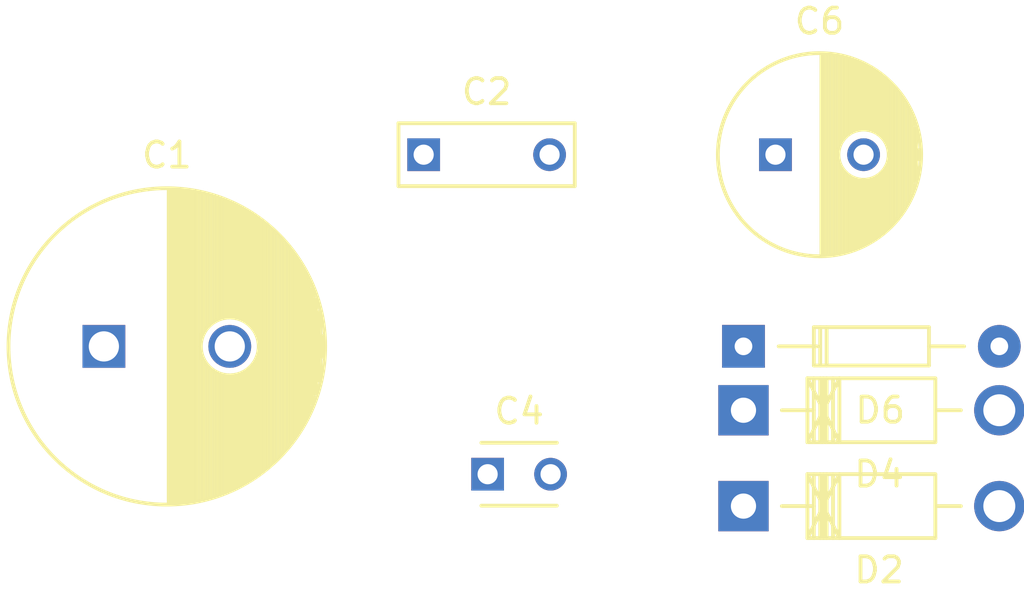
<source format=kicad_pcb>
(kicad_pcb (version 4) (host pcbnew 4.0.5+dfsg1-4~bpo8+1)

  (general
    (links 7)
    (no_connects 7)
    (area 0 0 0 0)
    (thickness 1.6)
    (drawings 0)
    (tracks 0)
    (zones 0)
    (modules 7)
    (nets 4)
  )

  (page A4)
  (layers
    (0 F.Cu signal)
    (31 B.Cu signal)
    (32 B.Adhes user)
    (33 F.Adhes user)
    (34 B.Paste user)
    (35 F.Paste user)
    (36 B.SilkS user)
    (37 F.SilkS user)
    (38 B.Mask user)
    (39 F.Mask user)
    (40 Dwgs.User user)
    (41 Cmts.User user)
    (42 Eco1.User user)
    (43 Eco2.User user)
    (44 Edge.Cuts user)
    (45 Margin user)
    (46 B.CrtYd user)
    (47 F.CrtYd user)
    (48 B.Fab user)
    (49 F.Fab user)
  )

  (setup
    (last_trace_width 0.25)
    (trace_clearance 0.2)
    (zone_clearance 0.508)
    (zone_45_only no)
    (trace_min 0.2)
    (segment_width 0.2)
    (edge_width 0.15)
    (via_size 0.6)
    (via_drill 0.4)
    (via_min_size 0.4)
    (via_min_drill 0.3)
    (uvia_size 0.3)
    (uvia_drill 0.1)
    (uvias_allowed no)
    (uvia_min_size 0.2)
    (uvia_min_drill 0.1)
    (pcb_text_width 0.3)
    (pcb_text_size 1.5 1.5)
    (mod_edge_width 0.15)
    (mod_text_size 1 1)
    (mod_text_width 0.15)
    (pad_size 1.524 1.524)
    (pad_drill 0.762)
    (pad_to_mask_clearance 0.2)
    (aux_axis_origin 0 0)
    (visible_elements FFFFFF7F)
    (pcbplotparams
      (layerselection 0x00030_80000001)
      (usegerberextensions false)
      (excludeedgelayer true)
      (linewidth 0.100000)
      (plotframeref false)
      (viasonmask false)
      (mode 1)
      (useauxorigin false)
      (hpglpennumber 1)
      (hpglpenspeed 20)
      (hpglpendiameter 15)
      (hpglpenoverlay 2)
      (psnegative false)
      (psa4output false)
      (plotreference true)
      (plotvalue true)
      (plotinvisibletext false)
      (padsonsilk false)
      (subtractmaskfromsilk false)
      (outputformat 1)
      (mirror false)
      (drillshape 1)
      (scaleselection 1)
      (outputdirectory ""))
  )

  (net 0 "")
  (net 1 GND)
  (net 2 /VDC_IN)
  (net 3 /VDC_OUT)

  (net_class Default "Esta es la clase de red por defecto."
    (clearance 0.2)
    (trace_width 0.25)
    (via_dia 0.6)
    (via_drill 0.4)
    (uvia_dia 0.3)
    (uvia_drill 0.1)
    (add_net /VDC_IN)
    (add_net /VDC_OUT)
    (add_net GND)
  )

  (module Capacitors_ThroughHole:C_Radial_D12.5_L25_P5 (layer F.Cu) (tedit 0) (tstamp 59CAB115)
    (at 132.08 105.41)
    (descr "Radial Electrolytic Capacitor Diameter 12.5mm x Length 25mm, Pitch 5mm")
    (tags "Electrolytic Capacitor")
    (path /59D157C9)
    (fp_text reference C1 (at 2.5 -7.6) (layer F.SilkS)
      (effects (font (size 1 1) (thickness 0.15)))
    )
    (fp_text value 3300uF (at 2.5 7.6) (layer F.Fab)
      (effects (font (size 1 1) (thickness 0.15)))
    )
    (fp_line (start 2.575 -6.25) (end 2.575 6.25) (layer F.SilkS) (width 0.15))
    (fp_line (start 2.715 -6.246) (end 2.715 6.246) (layer F.SilkS) (width 0.15))
    (fp_line (start 2.855 -6.24) (end 2.855 6.24) (layer F.SilkS) (width 0.15))
    (fp_line (start 2.995 -6.23) (end 2.995 6.23) (layer F.SilkS) (width 0.15))
    (fp_line (start 3.135 -6.218) (end 3.135 6.218) (layer F.SilkS) (width 0.15))
    (fp_line (start 3.275 -6.202) (end 3.275 6.202) (layer F.SilkS) (width 0.15))
    (fp_line (start 3.415 -6.183) (end 3.415 6.183) (layer F.SilkS) (width 0.15))
    (fp_line (start 3.555 -6.16) (end 3.555 6.16) (layer F.SilkS) (width 0.15))
    (fp_line (start 3.695 -6.135) (end 3.695 6.135) (layer F.SilkS) (width 0.15))
    (fp_line (start 3.835 -6.106) (end 3.835 6.106) (layer F.SilkS) (width 0.15))
    (fp_line (start 3.975 -6.073) (end 3.975 -0.521) (layer F.SilkS) (width 0.15))
    (fp_line (start 3.975 0.521) (end 3.975 6.073) (layer F.SilkS) (width 0.15))
    (fp_line (start 4.115 -6.038) (end 4.115 -0.734) (layer F.SilkS) (width 0.15))
    (fp_line (start 4.115 0.734) (end 4.115 6.038) (layer F.SilkS) (width 0.15))
    (fp_line (start 4.255 -5.999) (end 4.255 -0.876) (layer F.SilkS) (width 0.15))
    (fp_line (start 4.255 0.876) (end 4.255 5.999) (layer F.SilkS) (width 0.15))
    (fp_line (start 4.395 -5.956) (end 4.395 -0.978) (layer F.SilkS) (width 0.15))
    (fp_line (start 4.395 0.978) (end 4.395 5.956) (layer F.SilkS) (width 0.15))
    (fp_line (start 4.535 -5.909) (end 4.535 -1.052) (layer F.SilkS) (width 0.15))
    (fp_line (start 4.535 1.052) (end 4.535 5.909) (layer F.SilkS) (width 0.15))
    (fp_line (start 4.675 -5.859) (end 4.675 -1.103) (layer F.SilkS) (width 0.15))
    (fp_line (start 4.675 1.103) (end 4.675 5.859) (layer F.SilkS) (width 0.15))
    (fp_line (start 4.815 -5.805) (end 4.815 -1.135) (layer F.SilkS) (width 0.15))
    (fp_line (start 4.815 1.135) (end 4.815 5.805) (layer F.SilkS) (width 0.15))
    (fp_line (start 4.955 -5.748) (end 4.955 -1.149) (layer F.SilkS) (width 0.15))
    (fp_line (start 4.955 1.149) (end 4.955 5.748) (layer F.SilkS) (width 0.15))
    (fp_line (start 5.095 -5.686) (end 5.095 -1.146) (layer F.SilkS) (width 0.15))
    (fp_line (start 5.095 1.146) (end 5.095 5.686) (layer F.SilkS) (width 0.15))
    (fp_line (start 5.235 -5.62) (end 5.235 -1.126) (layer F.SilkS) (width 0.15))
    (fp_line (start 5.235 1.126) (end 5.235 5.62) (layer F.SilkS) (width 0.15))
    (fp_line (start 5.375 -5.549) (end 5.375 -1.087) (layer F.SilkS) (width 0.15))
    (fp_line (start 5.375 1.087) (end 5.375 5.549) (layer F.SilkS) (width 0.15))
    (fp_line (start 5.515 -5.475) (end 5.515 -1.028) (layer F.SilkS) (width 0.15))
    (fp_line (start 5.515 1.028) (end 5.515 5.475) (layer F.SilkS) (width 0.15))
    (fp_line (start 5.655 -5.395) (end 5.655 -0.945) (layer F.SilkS) (width 0.15))
    (fp_line (start 5.655 0.945) (end 5.655 5.395) (layer F.SilkS) (width 0.15))
    (fp_line (start 5.795 -5.311) (end 5.795 -0.831) (layer F.SilkS) (width 0.15))
    (fp_line (start 5.795 0.831) (end 5.795 5.311) (layer F.SilkS) (width 0.15))
    (fp_line (start 5.935 -5.221) (end 5.935 -0.67) (layer F.SilkS) (width 0.15))
    (fp_line (start 5.935 0.67) (end 5.935 5.221) (layer F.SilkS) (width 0.15))
    (fp_line (start 6.075 -5.127) (end 6.075 -0.409) (layer F.SilkS) (width 0.15))
    (fp_line (start 6.075 0.409) (end 6.075 5.127) (layer F.SilkS) (width 0.15))
    (fp_line (start 6.215 -5.026) (end 6.215 5.026) (layer F.SilkS) (width 0.15))
    (fp_line (start 6.355 -4.919) (end 6.355 4.919) (layer F.SilkS) (width 0.15))
    (fp_line (start 6.495 -4.807) (end 6.495 4.807) (layer F.SilkS) (width 0.15))
    (fp_line (start 6.635 -4.687) (end 6.635 4.687) (layer F.SilkS) (width 0.15))
    (fp_line (start 6.775 -4.559) (end 6.775 4.559) (layer F.SilkS) (width 0.15))
    (fp_line (start 6.915 -4.424) (end 6.915 4.424) (layer F.SilkS) (width 0.15))
    (fp_line (start 7.055 -4.28) (end 7.055 4.28) (layer F.SilkS) (width 0.15))
    (fp_line (start 7.195 -4.125) (end 7.195 4.125) (layer F.SilkS) (width 0.15))
    (fp_line (start 7.335 -3.96) (end 7.335 3.96) (layer F.SilkS) (width 0.15))
    (fp_line (start 7.475 -3.783) (end 7.475 3.783) (layer F.SilkS) (width 0.15))
    (fp_line (start 7.615 -3.592) (end 7.615 3.592) (layer F.SilkS) (width 0.15))
    (fp_line (start 7.755 -3.383) (end 7.755 3.383) (layer F.SilkS) (width 0.15))
    (fp_line (start 7.895 -3.155) (end 7.895 3.155) (layer F.SilkS) (width 0.15))
    (fp_line (start 8.035 -2.903) (end 8.035 2.903) (layer F.SilkS) (width 0.15))
    (fp_line (start 8.175 -2.619) (end 8.175 2.619) (layer F.SilkS) (width 0.15))
    (fp_line (start 8.315 -2.291) (end 8.315 2.291) (layer F.SilkS) (width 0.15))
    (fp_line (start 8.455 -1.897) (end 8.455 1.897) (layer F.SilkS) (width 0.15))
    (fp_line (start 8.595 -1.383) (end 8.595 1.383) (layer F.SilkS) (width 0.15))
    (fp_line (start 8.735 -0.433) (end 8.735 0.433) (layer F.SilkS) (width 0.15))
    (fp_circle (center 5 0) (end 5 -1.15) (layer F.SilkS) (width 0.15))
    (fp_circle (center 2.5 0) (end 2.5 -6.2875) (layer F.SilkS) (width 0.15))
    (fp_circle (center 2.5 0) (end 2.5 -6.6) (layer F.CrtYd) (width 0.05))
    (pad 2 thru_hole circle (at 5 0) (size 1.7 1.7) (drill 1.2) (layers *.Cu *.Mask)
      (net 1 GND))
    (pad 1 thru_hole rect (at 0 0) (size 1.7 1.7) (drill 1.2) (layers *.Cu *.Mask)
      (net 2 /VDC_IN))
    (model Capacitors_ThroughHole.3dshapes/C_Radial_D12.5_L25_P5.wrl
      (at (xyz 0 0 0))
      (scale (xyz 1 1 1))
      (rotate (xyz 0 0 0))
    )
  )

  (module Capacitors_ThroughHole:C_Rect_L7_W2.5_P5 (layer F.Cu) (tedit 0) (tstamp 59CAB11B)
    (at 144.78 97.79)
    (descr "Film Capacitor Length 7mm x Width 2.5mm, Pitch 5mm")
    (tags Capacitor)
    (path /59D1584E)
    (fp_text reference C2 (at 2.5 -2.5) (layer F.SilkS)
      (effects (font (size 1 1) (thickness 0.15)))
    )
    (fp_text value 470nF (at 2.5 2.5) (layer F.Fab)
      (effects (font (size 1 1) (thickness 0.15)))
    )
    (fp_line (start -1.25 -1.5) (end 6.25 -1.5) (layer F.CrtYd) (width 0.05))
    (fp_line (start 6.25 -1.5) (end 6.25 1.5) (layer F.CrtYd) (width 0.05))
    (fp_line (start 6.25 1.5) (end -1.25 1.5) (layer F.CrtYd) (width 0.05))
    (fp_line (start -1.25 1.5) (end -1.25 -1.5) (layer F.CrtYd) (width 0.05))
    (fp_line (start -1 -1.25) (end 6 -1.25) (layer F.SilkS) (width 0.15))
    (fp_line (start 6 -1.25) (end 6 1.25) (layer F.SilkS) (width 0.15))
    (fp_line (start 6 1.25) (end -1 1.25) (layer F.SilkS) (width 0.15))
    (fp_line (start -1 1.25) (end -1 -1.25) (layer F.SilkS) (width 0.15))
    (pad 1 thru_hole rect (at 0 0) (size 1.3 1.3) (drill 0.8) (layers *.Cu *.Mask)
      (net 2 /VDC_IN))
    (pad 2 thru_hole circle (at 5 0) (size 1.3 1.3) (drill 0.8) (layers *.Cu *.Mask)
      (net 1 GND))
  )

  (module Capacitors_ThroughHole:C_Disc_D3_P2.5 (layer F.Cu) (tedit 0) (tstamp 59CAB121)
    (at 147.32 110.49)
    (descr "Capacitor 3mm Disc, Pitch 2.5mm")
    (tags Capacitor)
    (path /59D2941E)
    (fp_text reference C4 (at 1.25 -2.5) (layer F.SilkS)
      (effects (font (size 1 1) (thickness 0.15)))
    )
    (fp_text value 100nF (at 1.25 2.5) (layer F.Fab)
      (effects (font (size 1 1) (thickness 0.15)))
    )
    (fp_line (start -0.9 -1.5) (end 3.4 -1.5) (layer F.CrtYd) (width 0.05))
    (fp_line (start 3.4 -1.5) (end 3.4 1.5) (layer F.CrtYd) (width 0.05))
    (fp_line (start 3.4 1.5) (end -0.9 1.5) (layer F.CrtYd) (width 0.05))
    (fp_line (start -0.9 1.5) (end -0.9 -1.5) (layer F.CrtYd) (width 0.05))
    (fp_line (start -0.25 -1.25) (end 2.75 -1.25) (layer F.SilkS) (width 0.15))
    (fp_line (start 2.75 1.25) (end -0.25 1.25) (layer F.SilkS) (width 0.15))
    (pad 1 thru_hole rect (at 0 0) (size 1.3 1.3) (drill 0.8) (layers *.Cu *.Mask))
    (pad 2 thru_hole circle (at 2.5 0) (size 1.3 1.3) (drill 0.8001) (layers *.Cu *.Mask)
      (net 1 GND))
    (model Capacitors_ThroughHole.3dshapes/C_Disc_D3_P2.5.wrl
      (at (xyz 0.0492126 0 0))
      (scale (xyz 1 1 1))
      (rotate (xyz 0 0 0))
    )
  )

  (module Capacitors_ThroughHole:C_Radial_D8_L11.5_P3.5 (layer F.Cu) (tedit 0) (tstamp 59CAB127)
    (at 158.75 97.79)
    (descr "Radial Electrolytic Capacitor Diameter 8mm x Length 11.5mm, Pitch 3.5mm")
    (tags "Electrolytic Capacitor")
    (path /59D4AE0F)
    (fp_text reference C6 (at 1.75 -5.3) (layer F.SilkS)
      (effects (font (size 1 1) (thickness 0.15)))
    )
    (fp_text value 1uF (at 1.75 5.3) (layer F.Fab)
      (effects (font (size 1 1) (thickness 0.15)))
    )
    (fp_line (start 1.825 -3.999) (end 1.825 3.999) (layer F.SilkS) (width 0.15))
    (fp_line (start 1.965 -3.994) (end 1.965 3.994) (layer F.SilkS) (width 0.15))
    (fp_line (start 2.105 -3.984) (end 2.105 3.984) (layer F.SilkS) (width 0.15))
    (fp_line (start 2.245 -3.969) (end 2.245 3.969) (layer F.SilkS) (width 0.15))
    (fp_line (start 2.385 -3.949) (end 2.385 3.949) (layer F.SilkS) (width 0.15))
    (fp_line (start 2.525 -3.924) (end 2.525 -0.222) (layer F.SilkS) (width 0.15))
    (fp_line (start 2.525 0.222) (end 2.525 3.924) (layer F.SilkS) (width 0.15))
    (fp_line (start 2.665 -3.894) (end 2.665 -0.55) (layer F.SilkS) (width 0.15))
    (fp_line (start 2.665 0.55) (end 2.665 3.894) (layer F.SilkS) (width 0.15))
    (fp_line (start 2.805 -3.858) (end 2.805 -0.719) (layer F.SilkS) (width 0.15))
    (fp_line (start 2.805 0.719) (end 2.805 3.858) (layer F.SilkS) (width 0.15))
    (fp_line (start 2.945 -3.817) (end 2.945 -0.832) (layer F.SilkS) (width 0.15))
    (fp_line (start 2.945 0.832) (end 2.945 3.817) (layer F.SilkS) (width 0.15))
    (fp_line (start 3.085 -3.771) (end 3.085 -0.91) (layer F.SilkS) (width 0.15))
    (fp_line (start 3.085 0.91) (end 3.085 3.771) (layer F.SilkS) (width 0.15))
    (fp_line (start 3.225 -3.718) (end 3.225 -0.961) (layer F.SilkS) (width 0.15))
    (fp_line (start 3.225 0.961) (end 3.225 3.718) (layer F.SilkS) (width 0.15))
    (fp_line (start 3.365 -3.659) (end 3.365 -0.991) (layer F.SilkS) (width 0.15))
    (fp_line (start 3.365 0.991) (end 3.365 3.659) (layer F.SilkS) (width 0.15))
    (fp_line (start 3.505 -3.594) (end 3.505 -1) (layer F.SilkS) (width 0.15))
    (fp_line (start 3.505 1) (end 3.505 3.594) (layer F.SilkS) (width 0.15))
    (fp_line (start 3.645 -3.523) (end 3.645 -0.989) (layer F.SilkS) (width 0.15))
    (fp_line (start 3.645 0.989) (end 3.645 3.523) (layer F.SilkS) (width 0.15))
    (fp_line (start 3.785 -3.444) (end 3.785 -0.959) (layer F.SilkS) (width 0.15))
    (fp_line (start 3.785 0.959) (end 3.785 3.444) (layer F.SilkS) (width 0.15))
    (fp_line (start 3.925 -3.357) (end 3.925 -0.905) (layer F.SilkS) (width 0.15))
    (fp_line (start 3.925 0.905) (end 3.925 3.357) (layer F.SilkS) (width 0.15))
    (fp_line (start 4.065 -3.262) (end 4.065 -0.825) (layer F.SilkS) (width 0.15))
    (fp_line (start 4.065 0.825) (end 4.065 3.262) (layer F.SilkS) (width 0.15))
    (fp_line (start 4.205 -3.158) (end 4.205 -0.709) (layer F.SilkS) (width 0.15))
    (fp_line (start 4.205 0.709) (end 4.205 3.158) (layer F.SilkS) (width 0.15))
    (fp_line (start 4.345 -3.044) (end 4.345 -0.535) (layer F.SilkS) (width 0.15))
    (fp_line (start 4.345 0.535) (end 4.345 3.044) (layer F.SilkS) (width 0.15))
    (fp_line (start 4.485 -2.919) (end 4.485 -0.173) (layer F.SilkS) (width 0.15))
    (fp_line (start 4.485 0.173) (end 4.485 2.919) (layer F.SilkS) (width 0.15))
    (fp_line (start 4.625 -2.781) (end 4.625 2.781) (layer F.SilkS) (width 0.15))
    (fp_line (start 4.765 -2.629) (end 4.765 2.629) (layer F.SilkS) (width 0.15))
    (fp_line (start 4.905 -2.459) (end 4.905 2.459) (layer F.SilkS) (width 0.15))
    (fp_line (start 5.045 -2.268) (end 5.045 2.268) (layer F.SilkS) (width 0.15))
    (fp_line (start 5.185 -2.05) (end 5.185 2.05) (layer F.SilkS) (width 0.15))
    (fp_line (start 5.325 -1.794) (end 5.325 1.794) (layer F.SilkS) (width 0.15))
    (fp_line (start 5.465 -1.483) (end 5.465 1.483) (layer F.SilkS) (width 0.15))
    (fp_line (start 5.605 -1.067) (end 5.605 1.067) (layer F.SilkS) (width 0.15))
    (fp_line (start 5.745 -0.2) (end 5.745 0.2) (layer F.SilkS) (width 0.15))
    (fp_circle (center 3.5 0) (end 3.5 -1) (layer F.SilkS) (width 0.15))
    (fp_circle (center 1.75 0) (end 1.75 -4.0375) (layer F.SilkS) (width 0.15))
    (fp_circle (center 1.75 0) (end 1.75 -4.3) (layer F.CrtYd) (width 0.05))
    (pad 2 thru_hole circle (at 3.5 0) (size 1.3 1.3) (drill 0.8) (layers *.Cu *.Mask)
      (net 1 GND))
    (pad 1 thru_hole rect (at 0 0) (size 1.3 1.3) (drill 0.8) (layers *.Cu *.Mask)
      (net 3 /VDC_OUT))
    (model Capacitors_ThroughHole.3dshapes/C_Radial_D8_L11.5_P3.5.wrl
      (at (xyz 0 0 0))
      (scale (xyz 1 1 1))
      (rotate (xyz 0 0 0))
    )
  )

  (module Diodes_ThroughHole:Diode_DO-41_SOD81_Horizontal_RM10 (layer F.Cu) (tedit 552FFCCE) (tstamp 59CAB12D)
    (at 157.48 111.76)
    (descr "Diode, DO-41, SOD81, Horizontal, RM 10mm,")
    (tags "Diode, DO-41, SOD81, Horizontal, RM 10mm, 1N4007, SB140,")
    (path /59D1596A)
    (fp_text reference D2 (at 5.38734 2.53746) (layer F.SilkS)
      (effects (font (size 1 1) (thickness 0.15)))
    )
    (fp_text value 1N4007 (at 4.37134 -3.55854) (layer F.Fab)
      (effects (font (size 1 1) (thickness 0.15)))
    )
    (fp_line (start 7.62 -0.00254) (end 8.636 -0.00254) (layer F.SilkS) (width 0.15))
    (fp_line (start 2.794 -0.00254) (end 1.524 -0.00254) (layer F.SilkS) (width 0.15))
    (fp_line (start 3.048 -1.27254) (end 3.048 1.26746) (layer F.SilkS) (width 0.15))
    (fp_line (start 3.302 -1.27254) (end 3.302 1.26746) (layer F.SilkS) (width 0.15))
    (fp_line (start 3.556 -1.27254) (end 3.556 1.26746) (layer F.SilkS) (width 0.15))
    (fp_line (start 2.794 -1.27254) (end 2.794 1.26746) (layer F.SilkS) (width 0.15))
    (fp_line (start 3.81 -1.27254) (end 2.54 1.26746) (layer F.SilkS) (width 0.15))
    (fp_line (start 2.54 -1.27254) (end 3.81 1.26746) (layer F.SilkS) (width 0.15))
    (fp_line (start 3.81 -1.27254) (end 3.81 1.26746) (layer F.SilkS) (width 0.15))
    (fp_line (start 3.175 -1.27254) (end 3.175 1.26746) (layer F.SilkS) (width 0.15))
    (fp_line (start 2.54 1.26746) (end 2.54 -1.27254) (layer F.SilkS) (width 0.15))
    (fp_line (start 2.54 -1.27254) (end 7.62 -1.27254) (layer F.SilkS) (width 0.15))
    (fp_line (start 7.62 -1.27254) (end 7.62 1.26746) (layer F.SilkS) (width 0.15))
    (fp_line (start 7.62 1.26746) (end 2.54 1.26746) (layer F.SilkS) (width 0.15))
    (pad 2 thru_hole circle (at 10.16 -0.00254 180) (size 1.99898 1.99898) (drill 1.27) (layers *.Cu *.Mask))
    (pad 1 thru_hole rect (at 0 -0.00254 180) (size 1.99898 1.99898) (drill 1.00076) (layers *.Cu *.Mask)
      (net 2 /VDC_IN))
  )

  (module Diodes_ThroughHole:Diode_DO-41_SOD81_Horizontal_RM10 (layer F.Cu) (tedit 552FFCCE) (tstamp 59CAB133)
    (at 157.48 107.95)
    (descr "Diode, DO-41, SOD81, Horizontal, RM 10mm,")
    (tags "Diode, DO-41, SOD81, Horizontal, RM 10mm, 1N4007, SB140,")
    (path /59D16263)
    (fp_text reference D4 (at 5.38734 2.53746) (layer F.SilkS)
      (effects (font (size 1 1) (thickness 0.15)))
    )
    (fp_text value D1N4001 (at 4.37134 -3.55854) (layer F.Fab)
      (effects (font (size 1 1) (thickness 0.15)))
    )
    (fp_line (start 7.62 -0.00254) (end 8.636 -0.00254) (layer F.SilkS) (width 0.15))
    (fp_line (start 2.794 -0.00254) (end 1.524 -0.00254) (layer F.SilkS) (width 0.15))
    (fp_line (start 3.048 -1.27254) (end 3.048 1.26746) (layer F.SilkS) (width 0.15))
    (fp_line (start 3.302 -1.27254) (end 3.302 1.26746) (layer F.SilkS) (width 0.15))
    (fp_line (start 3.556 -1.27254) (end 3.556 1.26746) (layer F.SilkS) (width 0.15))
    (fp_line (start 2.794 -1.27254) (end 2.794 1.26746) (layer F.SilkS) (width 0.15))
    (fp_line (start 3.81 -1.27254) (end 2.54 1.26746) (layer F.SilkS) (width 0.15))
    (fp_line (start 2.54 -1.27254) (end 3.81 1.26746) (layer F.SilkS) (width 0.15))
    (fp_line (start 3.81 -1.27254) (end 3.81 1.26746) (layer F.SilkS) (width 0.15))
    (fp_line (start 3.175 -1.27254) (end 3.175 1.26746) (layer F.SilkS) (width 0.15))
    (fp_line (start 2.54 1.26746) (end 2.54 -1.27254) (layer F.SilkS) (width 0.15))
    (fp_line (start 2.54 -1.27254) (end 7.62 -1.27254) (layer F.SilkS) (width 0.15))
    (fp_line (start 7.62 -1.27254) (end 7.62 1.26746) (layer F.SilkS) (width 0.15))
    (fp_line (start 7.62 1.26746) (end 2.54 1.26746) (layer F.SilkS) (width 0.15))
    (pad 2 thru_hole circle (at 10.16 -0.00254 180) (size 1.99898 1.99898) (drill 1.27) (layers *.Cu *.Mask))
    (pad 1 thru_hole rect (at 0 -0.00254 180) (size 1.99898 1.99898) (drill 1.00076) (layers *.Cu *.Mask)
      (net 3 /VDC_OUT))
  )

  (module Diodes_ThroughHole:Diode_DO-35_SOD27_Horizontal_RM10 (layer F.Cu) (tedit 552FFC30) (tstamp 59CAB139)
    (at 157.48 105.41)
    (descr "Diode, DO-35,  SOD27, Horizontal, RM 10mm")
    (tags "Diode, DO-35, SOD27, Horizontal, RM 10mm, 1N4148,")
    (path /59D2FAD1)
    (fp_text reference D6 (at 5.43052 2.53746) (layer F.SilkS)
      (effects (font (size 1 1) (thickness 0.15)))
    )
    (fp_text value D (at 4.41452 -3.55854) (layer F.Fab)
      (effects (font (size 1 1) (thickness 0.15)))
    )
    (fp_line (start 7.36652 -0.00254) (end 8.76352 -0.00254) (layer F.SilkS) (width 0.15))
    (fp_line (start 2.92152 -0.00254) (end 1.39752 -0.00254) (layer F.SilkS) (width 0.15))
    (fp_line (start 3.30252 -0.76454) (end 3.30252 0.75946) (layer F.SilkS) (width 0.15))
    (fp_line (start 3.04852 -0.76454) (end 3.04852 0.75946) (layer F.SilkS) (width 0.15))
    (fp_line (start 2.79452 -0.00254) (end 2.79452 0.75946) (layer F.SilkS) (width 0.15))
    (fp_line (start 2.79452 0.75946) (end 7.36652 0.75946) (layer F.SilkS) (width 0.15))
    (fp_line (start 7.36652 0.75946) (end 7.36652 -0.76454) (layer F.SilkS) (width 0.15))
    (fp_line (start 7.36652 -0.76454) (end 2.79452 -0.76454) (layer F.SilkS) (width 0.15))
    (fp_line (start 2.79452 -0.76454) (end 2.79452 -0.00254) (layer F.SilkS) (width 0.15))
    (pad 2 thru_hole circle (at 10.16052 -0.00254 180) (size 1.69926 1.69926) (drill 0.70104) (layers *.Cu *.Mask)
      (net 3 /VDC_OUT))
    (pad 1 thru_hole rect (at 0.00052 -0.00254 180) (size 1.69926 1.69926) (drill 0.70104) (layers *.Cu *.Mask))
    (model Diodes_ThroughHole.3dshapes/Diode_DO-35_SOD27_Horizontal_RM10.wrl
      (at (xyz 0.2 0 0))
      (scale (xyz 0.4 0.4 0.4))
      (rotate (xyz 0 0 180))
    )
  )

)

</source>
